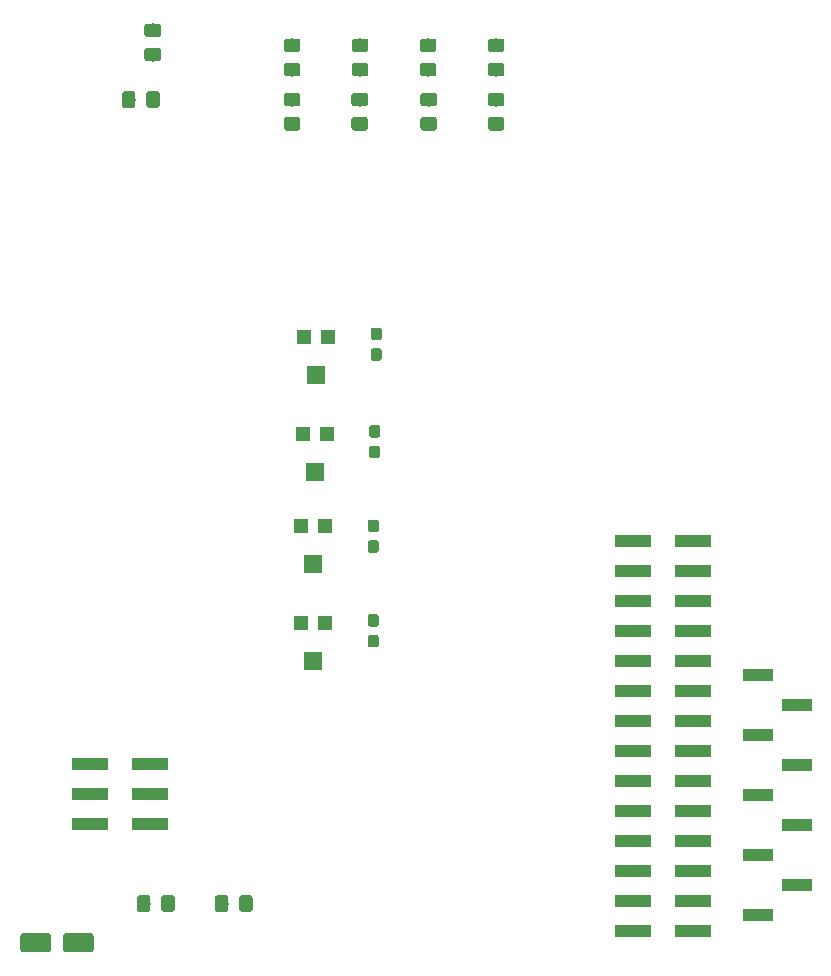
<source format=gbr>
G04 #@! TF.GenerationSoftware,KiCad,Pcbnew,(5.1.2)-2*
G04 #@! TF.CreationDate,2021-06-22T12:17:49+03:00*
G04 #@! TF.ProjectId,extension_board,65787465-6e73-4696-9f6e-5f626f617264,rev?*
G04 #@! TF.SameCoordinates,Original*
G04 #@! TF.FileFunction,Paste,Top*
G04 #@! TF.FilePolarity,Positive*
%FSLAX46Y46*%
G04 Gerber Fmt 4.6, Leading zero omitted, Abs format (unit mm)*
G04 Created by KiCad (PCBNEW (5.1.2)-2) date 2021-06-22 12:17:49*
%MOMM*%
%LPD*%
G04 APERTURE LIST*
%ADD10R,3.150000X1.000000*%
%ADD11R,2.510000X1.000000*%
%ADD12C,0.100000*%
%ADD13C,1.150000*%
%ADD14C,1.600000*%
%ADD15C,0.950000*%
%ADD16R,1.200000X1.200000*%
%ADD17R,1.600000X1.500000*%
G04 APERTURE END LIST*
D10*
X132095000Y-101854000D03*
X137145000Y-101854000D03*
X132095000Y-104394000D03*
X137145000Y-104394000D03*
X132095000Y-106934000D03*
X137145000Y-106934000D03*
X132095000Y-109474000D03*
X137145000Y-109474000D03*
X132095000Y-112014000D03*
X137145000Y-112014000D03*
X132095000Y-114554000D03*
X137145000Y-114554000D03*
X132095000Y-117094000D03*
X137145000Y-117094000D03*
X132095000Y-119634000D03*
X137145000Y-119634000D03*
X132095000Y-122174000D03*
X137145000Y-122174000D03*
X132095000Y-124714000D03*
X137145000Y-124714000D03*
X132095000Y-127254000D03*
X137145000Y-127254000D03*
X132095000Y-129794000D03*
X137145000Y-129794000D03*
X132095000Y-132334000D03*
X137145000Y-132334000D03*
X132095000Y-134874000D03*
X137145000Y-134874000D03*
D11*
X145990500Y-131000500D03*
X145990500Y-125920500D03*
X145990500Y-120840500D03*
X145990500Y-115760500D03*
X142680500Y-133540500D03*
X142680500Y-128460500D03*
X142680500Y-123380500D03*
X142680500Y-118300500D03*
X142680500Y-113220500D03*
D10*
X86121000Y-120777000D03*
X91171000Y-120777000D03*
X86121000Y-123317000D03*
X91171000Y-123317000D03*
X86121000Y-125857000D03*
X91171000Y-125857000D03*
D12*
G36*
X91807505Y-63817204D02*
G01*
X91831773Y-63820804D01*
X91855572Y-63826765D01*
X91878671Y-63835030D01*
X91900850Y-63845520D01*
X91921893Y-63858132D01*
X91941599Y-63872747D01*
X91959777Y-63889223D01*
X91976253Y-63907401D01*
X91990868Y-63927107D01*
X92003480Y-63948150D01*
X92013970Y-63970329D01*
X92022235Y-63993428D01*
X92028196Y-64017227D01*
X92031796Y-64041495D01*
X92033000Y-64065999D01*
X92033000Y-64966001D01*
X92031796Y-64990505D01*
X92028196Y-65014773D01*
X92022235Y-65038572D01*
X92013970Y-65061671D01*
X92003480Y-65083850D01*
X91990868Y-65104893D01*
X91976253Y-65124599D01*
X91959777Y-65142777D01*
X91941599Y-65159253D01*
X91921893Y-65173868D01*
X91900850Y-65186480D01*
X91878671Y-65196970D01*
X91855572Y-65205235D01*
X91831773Y-65211196D01*
X91807505Y-65214796D01*
X91783001Y-65216000D01*
X91132999Y-65216000D01*
X91108495Y-65214796D01*
X91084227Y-65211196D01*
X91060428Y-65205235D01*
X91037329Y-65196970D01*
X91015150Y-65186480D01*
X90994107Y-65173868D01*
X90974401Y-65159253D01*
X90956223Y-65142777D01*
X90939747Y-65124599D01*
X90925132Y-65104893D01*
X90912520Y-65083850D01*
X90902030Y-65061671D01*
X90893765Y-65038572D01*
X90887804Y-65014773D01*
X90884204Y-64990505D01*
X90883000Y-64966001D01*
X90883000Y-64065999D01*
X90884204Y-64041495D01*
X90887804Y-64017227D01*
X90893765Y-63993428D01*
X90902030Y-63970329D01*
X90912520Y-63948150D01*
X90925132Y-63927107D01*
X90939747Y-63907401D01*
X90956223Y-63889223D01*
X90974401Y-63872747D01*
X90994107Y-63858132D01*
X91015150Y-63845520D01*
X91037329Y-63835030D01*
X91060428Y-63826765D01*
X91084227Y-63820804D01*
X91108495Y-63817204D01*
X91132999Y-63816000D01*
X91783001Y-63816000D01*
X91807505Y-63817204D01*
X91807505Y-63817204D01*
G37*
D13*
X91458000Y-64516000D03*
D12*
G36*
X89757505Y-63817204D02*
G01*
X89781773Y-63820804D01*
X89805572Y-63826765D01*
X89828671Y-63835030D01*
X89850850Y-63845520D01*
X89871893Y-63858132D01*
X89891599Y-63872747D01*
X89909777Y-63889223D01*
X89926253Y-63907401D01*
X89940868Y-63927107D01*
X89953480Y-63948150D01*
X89963970Y-63970329D01*
X89972235Y-63993428D01*
X89978196Y-64017227D01*
X89981796Y-64041495D01*
X89983000Y-64065999D01*
X89983000Y-64966001D01*
X89981796Y-64990505D01*
X89978196Y-65014773D01*
X89972235Y-65038572D01*
X89963970Y-65061671D01*
X89953480Y-65083850D01*
X89940868Y-65104893D01*
X89926253Y-65124599D01*
X89909777Y-65142777D01*
X89891599Y-65159253D01*
X89871893Y-65173868D01*
X89850850Y-65186480D01*
X89828671Y-65196970D01*
X89805572Y-65205235D01*
X89781773Y-65211196D01*
X89757505Y-65214796D01*
X89733001Y-65216000D01*
X89082999Y-65216000D01*
X89058495Y-65214796D01*
X89034227Y-65211196D01*
X89010428Y-65205235D01*
X88987329Y-65196970D01*
X88965150Y-65186480D01*
X88944107Y-65173868D01*
X88924401Y-65159253D01*
X88906223Y-65142777D01*
X88889747Y-65124599D01*
X88875132Y-65104893D01*
X88862520Y-65083850D01*
X88852030Y-65061671D01*
X88843765Y-65038572D01*
X88837804Y-65014773D01*
X88834204Y-64990505D01*
X88833000Y-64966001D01*
X88833000Y-64065999D01*
X88834204Y-64041495D01*
X88837804Y-64017227D01*
X88843765Y-63993428D01*
X88852030Y-63970329D01*
X88862520Y-63948150D01*
X88875132Y-63927107D01*
X88889747Y-63907401D01*
X88906223Y-63889223D01*
X88924401Y-63872747D01*
X88944107Y-63858132D01*
X88965150Y-63845520D01*
X88987329Y-63835030D01*
X89010428Y-63826765D01*
X89034227Y-63820804D01*
X89058495Y-63817204D01*
X89082999Y-63816000D01*
X89733001Y-63816000D01*
X89757505Y-63817204D01*
X89757505Y-63817204D01*
G37*
D13*
X89408000Y-64516000D03*
D12*
G36*
X91914505Y-58082204D02*
G01*
X91938773Y-58085804D01*
X91962572Y-58091765D01*
X91985671Y-58100030D01*
X92007850Y-58110520D01*
X92028893Y-58123132D01*
X92048599Y-58137747D01*
X92066777Y-58154223D01*
X92083253Y-58172401D01*
X92097868Y-58192107D01*
X92110480Y-58213150D01*
X92120970Y-58235329D01*
X92129235Y-58258428D01*
X92135196Y-58282227D01*
X92138796Y-58306495D01*
X92140000Y-58330999D01*
X92140000Y-58981001D01*
X92138796Y-59005505D01*
X92135196Y-59029773D01*
X92129235Y-59053572D01*
X92120970Y-59076671D01*
X92110480Y-59098850D01*
X92097868Y-59119893D01*
X92083253Y-59139599D01*
X92066777Y-59157777D01*
X92048599Y-59174253D01*
X92028893Y-59188868D01*
X92007850Y-59201480D01*
X91985671Y-59211970D01*
X91962572Y-59220235D01*
X91938773Y-59226196D01*
X91914505Y-59229796D01*
X91890001Y-59231000D01*
X90989999Y-59231000D01*
X90965495Y-59229796D01*
X90941227Y-59226196D01*
X90917428Y-59220235D01*
X90894329Y-59211970D01*
X90872150Y-59201480D01*
X90851107Y-59188868D01*
X90831401Y-59174253D01*
X90813223Y-59157777D01*
X90796747Y-59139599D01*
X90782132Y-59119893D01*
X90769520Y-59098850D01*
X90759030Y-59076671D01*
X90750765Y-59053572D01*
X90744804Y-59029773D01*
X90741204Y-59005505D01*
X90740000Y-58981001D01*
X90740000Y-58330999D01*
X90741204Y-58306495D01*
X90744804Y-58282227D01*
X90750765Y-58258428D01*
X90759030Y-58235329D01*
X90769520Y-58213150D01*
X90782132Y-58192107D01*
X90796747Y-58172401D01*
X90813223Y-58154223D01*
X90831401Y-58137747D01*
X90851107Y-58123132D01*
X90872150Y-58110520D01*
X90894329Y-58100030D01*
X90917428Y-58091765D01*
X90941227Y-58085804D01*
X90965495Y-58082204D01*
X90989999Y-58081000D01*
X91890001Y-58081000D01*
X91914505Y-58082204D01*
X91914505Y-58082204D01*
G37*
D13*
X91440000Y-58656000D03*
D12*
G36*
X91914505Y-60132204D02*
G01*
X91938773Y-60135804D01*
X91962572Y-60141765D01*
X91985671Y-60150030D01*
X92007850Y-60160520D01*
X92028893Y-60173132D01*
X92048599Y-60187747D01*
X92066777Y-60204223D01*
X92083253Y-60222401D01*
X92097868Y-60242107D01*
X92110480Y-60263150D01*
X92120970Y-60285329D01*
X92129235Y-60308428D01*
X92135196Y-60332227D01*
X92138796Y-60356495D01*
X92140000Y-60380999D01*
X92140000Y-61031001D01*
X92138796Y-61055505D01*
X92135196Y-61079773D01*
X92129235Y-61103572D01*
X92120970Y-61126671D01*
X92110480Y-61148850D01*
X92097868Y-61169893D01*
X92083253Y-61189599D01*
X92066777Y-61207777D01*
X92048599Y-61224253D01*
X92028893Y-61238868D01*
X92007850Y-61251480D01*
X91985671Y-61261970D01*
X91962572Y-61270235D01*
X91938773Y-61276196D01*
X91914505Y-61279796D01*
X91890001Y-61281000D01*
X90989999Y-61281000D01*
X90965495Y-61279796D01*
X90941227Y-61276196D01*
X90917428Y-61270235D01*
X90894329Y-61261970D01*
X90872150Y-61251480D01*
X90851107Y-61238868D01*
X90831401Y-61224253D01*
X90813223Y-61207777D01*
X90796747Y-61189599D01*
X90782132Y-61169893D01*
X90769520Y-61148850D01*
X90759030Y-61126671D01*
X90750765Y-61103572D01*
X90744804Y-61079773D01*
X90741204Y-61055505D01*
X90740000Y-61031001D01*
X90740000Y-60380999D01*
X90741204Y-60356495D01*
X90744804Y-60332227D01*
X90750765Y-60308428D01*
X90759030Y-60285329D01*
X90769520Y-60263150D01*
X90782132Y-60242107D01*
X90796747Y-60222401D01*
X90813223Y-60204223D01*
X90831401Y-60187747D01*
X90851107Y-60173132D01*
X90872150Y-60160520D01*
X90894329Y-60150030D01*
X90917428Y-60141765D01*
X90941227Y-60135804D01*
X90965495Y-60132204D01*
X90989999Y-60131000D01*
X91890001Y-60131000D01*
X91914505Y-60132204D01*
X91914505Y-60132204D01*
G37*
D13*
X91440000Y-60706000D03*
D12*
G36*
X82612504Y-135107204D02*
G01*
X82636773Y-135110804D01*
X82660571Y-135116765D01*
X82683671Y-135125030D01*
X82705849Y-135135520D01*
X82726893Y-135148133D01*
X82746598Y-135162747D01*
X82764777Y-135179223D01*
X82781253Y-135197402D01*
X82795867Y-135217107D01*
X82808480Y-135238151D01*
X82818970Y-135260329D01*
X82827235Y-135283429D01*
X82833196Y-135307227D01*
X82836796Y-135331496D01*
X82838000Y-135356000D01*
X82838000Y-136456000D01*
X82836796Y-136480504D01*
X82833196Y-136504773D01*
X82827235Y-136528571D01*
X82818970Y-136551671D01*
X82808480Y-136573849D01*
X82795867Y-136594893D01*
X82781253Y-136614598D01*
X82764777Y-136632777D01*
X82746598Y-136649253D01*
X82726893Y-136663867D01*
X82705849Y-136676480D01*
X82683671Y-136686970D01*
X82660571Y-136695235D01*
X82636773Y-136701196D01*
X82612504Y-136704796D01*
X82588000Y-136706000D01*
X80488000Y-136706000D01*
X80463496Y-136704796D01*
X80439227Y-136701196D01*
X80415429Y-136695235D01*
X80392329Y-136686970D01*
X80370151Y-136676480D01*
X80349107Y-136663867D01*
X80329402Y-136649253D01*
X80311223Y-136632777D01*
X80294747Y-136614598D01*
X80280133Y-136594893D01*
X80267520Y-136573849D01*
X80257030Y-136551671D01*
X80248765Y-136528571D01*
X80242804Y-136504773D01*
X80239204Y-136480504D01*
X80238000Y-136456000D01*
X80238000Y-135356000D01*
X80239204Y-135331496D01*
X80242804Y-135307227D01*
X80248765Y-135283429D01*
X80257030Y-135260329D01*
X80267520Y-135238151D01*
X80280133Y-135217107D01*
X80294747Y-135197402D01*
X80311223Y-135179223D01*
X80329402Y-135162747D01*
X80349107Y-135148133D01*
X80370151Y-135135520D01*
X80392329Y-135125030D01*
X80415429Y-135116765D01*
X80439227Y-135110804D01*
X80463496Y-135107204D01*
X80488000Y-135106000D01*
X82588000Y-135106000D01*
X82612504Y-135107204D01*
X82612504Y-135107204D01*
G37*
D14*
X81538000Y-135906000D03*
D12*
G36*
X86212504Y-135107204D02*
G01*
X86236773Y-135110804D01*
X86260571Y-135116765D01*
X86283671Y-135125030D01*
X86305849Y-135135520D01*
X86326893Y-135148133D01*
X86346598Y-135162747D01*
X86364777Y-135179223D01*
X86381253Y-135197402D01*
X86395867Y-135217107D01*
X86408480Y-135238151D01*
X86418970Y-135260329D01*
X86427235Y-135283429D01*
X86433196Y-135307227D01*
X86436796Y-135331496D01*
X86438000Y-135356000D01*
X86438000Y-136456000D01*
X86436796Y-136480504D01*
X86433196Y-136504773D01*
X86427235Y-136528571D01*
X86418970Y-136551671D01*
X86408480Y-136573849D01*
X86395867Y-136594893D01*
X86381253Y-136614598D01*
X86364777Y-136632777D01*
X86346598Y-136649253D01*
X86326893Y-136663867D01*
X86305849Y-136676480D01*
X86283671Y-136686970D01*
X86260571Y-136695235D01*
X86236773Y-136701196D01*
X86212504Y-136704796D01*
X86188000Y-136706000D01*
X84088000Y-136706000D01*
X84063496Y-136704796D01*
X84039227Y-136701196D01*
X84015429Y-136695235D01*
X83992329Y-136686970D01*
X83970151Y-136676480D01*
X83949107Y-136663867D01*
X83929402Y-136649253D01*
X83911223Y-136632777D01*
X83894747Y-136614598D01*
X83880133Y-136594893D01*
X83867520Y-136573849D01*
X83857030Y-136551671D01*
X83848765Y-136528571D01*
X83842804Y-136504773D01*
X83839204Y-136480504D01*
X83838000Y-136456000D01*
X83838000Y-135356000D01*
X83839204Y-135331496D01*
X83842804Y-135307227D01*
X83848765Y-135283429D01*
X83857030Y-135260329D01*
X83867520Y-135238151D01*
X83880133Y-135217107D01*
X83894747Y-135197402D01*
X83911223Y-135179223D01*
X83929402Y-135162747D01*
X83949107Y-135148133D01*
X83970151Y-135135520D01*
X83992329Y-135125030D01*
X84015429Y-135116765D01*
X84039227Y-135110804D01*
X84063496Y-135107204D01*
X84088000Y-135106000D01*
X86188000Y-135106000D01*
X86212504Y-135107204D01*
X86212504Y-135107204D01*
G37*
D14*
X85138000Y-135906000D03*
D12*
G36*
X93077505Y-131889204D02*
G01*
X93101773Y-131892804D01*
X93125572Y-131898765D01*
X93148671Y-131907030D01*
X93170850Y-131917520D01*
X93191893Y-131930132D01*
X93211599Y-131944747D01*
X93229777Y-131961223D01*
X93246253Y-131979401D01*
X93260868Y-131999107D01*
X93273480Y-132020150D01*
X93283970Y-132042329D01*
X93292235Y-132065428D01*
X93298196Y-132089227D01*
X93301796Y-132113495D01*
X93303000Y-132137999D01*
X93303000Y-133038001D01*
X93301796Y-133062505D01*
X93298196Y-133086773D01*
X93292235Y-133110572D01*
X93283970Y-133133671D01*
X93273480Y-133155850D01*
X93260868Y-133176893D01*
X93246253Y-133196599D01*
X93229777Y-133214777D01*
X93211599Y-133231253D01*
X93191893Y-133245868D01*
X93170850Y-133258480D01*
X93148671Y-133268970D01*
X93125572Y-133277235D01*
X93101773Y-133283196D01*
X93077505Y-133286796D01*
X93053001Y-133288000D01*
X92402999Y-133288000D01*
X92378495Y-133286796D01*
X92354227Y-133283196D01*
X92330428Y-133277235D01*
X92307329Y-133268970D01*
X92285150Y-133258480D01*
X92264107Y-133245868D01*
X92244401Y-133231253D01*
X92226223Y-133214777D01*
X92209747Y-133196599D01*
X92195132Y-133176893D01*
X92182520Y-133155850D01*
X92172030Y-133133671D01*
X92163765Y-133110572D01*
X92157804Y-133086773D01*
X92154204Y-133062505D01*
X92153000Y-133038001D01*
X92153000Y-132137999D01*
X92154204Y-132113495D01*
X92157804Y-132089227D01*
X92163765Y-132065428D01*
X92172030Y-132042329D01*
X92182520Y-132020150D01*
X92195132Y-131999107D01*
X92209747Y-131979401D01*
X92226223Y-131961223D01*
X92244401Y-131944747D01*
X92264107Y-131930132D01*
X92285150Y-131917520D01*
X92307329Y-131907030D01*
X92330428Y-131898765D01*
X92354227Y-131892804D01*
X92378495Y-131889204D01*
X92402999Y-131888000D01*
X93053001Y-131888000D01*
X93077505Y-131889204D01*
X93077505Y-131889204D01*
G37*
D13*
X92728000Y-132588000D03*
D12*
G36*
X91027505Y-131889204D02*
G01*
X91051773Y-131892804D01*
X91075572Y-131898765D01*
X91098671Y-131907030D01*
X91120850Y-131917520D01*
X91141893Y-131930132D01*
X91161599Y-131944747D01*
X91179777Y-131961223D01*
X91196253Y-131979401D01*
X91210868Y-131999107D01*
X91223480Y-132020150D01*
X91233970Y-132042329D01*
X91242235Y-132065428D01*
X91248196Y-132089227D01*
X91251796Y-132113495D01*
X91253000Y-132137999D01*
X91253000Y-133038001D01*
X91251796Y-133062505D01*
X91248196Y-133086773D01*
X91242235Y-133110572D01*
X91233970Y-133133671D01*
X91223480Y-133155850D01*
X91210868Y-133176893D01*
X91196253Y-133196599D01*
X91179777Y-133214777D01*
X91161599Y-133231253D01*
X91141893Y-133245868D01*
X91120850Y-133258480D01*
X91098671Y-133268970D01*
X91075572Y-133277235D01*
X91051773Y-133283196D01*
X91027505Y-133286796D01*
X91003001Y-133288000D01*
X90352999Y-133288000D01*
X90328495Y-133286796D01*
X90304227Y-133283196D01*
X90280428Y-133277235D01*
X90257329Y-133268970D01*
X90235150Y-133258480D01*
X90214107Y-133245868D01*
X90194401Y-133231253D01*
X90176223Y-133214777D01*
X90159747Y-133196599D01*
X90145132Y-133176893D01*
X90132520Y-133155850D01*
X90122030Y-133133671D01*
X90113765Y-133110572D01*
X90107804Y-133086773D01*
X90104204Y-133062505D01*
X90103000Y-133038001D01*
X90103000Y-132137999D01*
X90104204Y-132113495D01*
X90107804Y-132089227D01*
X90113765Y-132065428D01*
X90122030Y-132042329D01*
X90132520Y-132020150D01*
X90145132Y-131999107D01*
X90159747Y-131979401D01*
X90176223Y-131961223D01*
X90194401Y-131944747D01*
X90214107Y-131930132D01*
X90235150Y-131917520D01*
X90257329Y-131907030D01*
X90280428Y-131898765D01*
X90304227Y-131892804D01*
X90328495Y-131889204D01*
X90352999Y-131888000D01*
X91003001Y-131888000D01*
X91027505Y-131889204D01*
X91027505Y-131889204D01*
G37*
D13*
X90678000Y-132588000D03*
D12*
G36*
X120997505Y-61402204D02*
G01*
X121021773Y-61405804D01*
X121045572Y-61411765D01*
X121068671Y-61420030D01*
X121090850Y-61430520D01*
X121111893Y-61443132D01*
X121131599Y-61457747D01*
X121149777Y-61474223D01*
X121166253Y-61492401D01*
X121180868Y-61512107D01*
X121193480Y-61533150D01*
X121203970Y-61555329D01*
X121212235Y-61578428D01*
X121218196Y-61602227D01*
X121221796Y-61626495D01*
X121223000Y-61650999D01*
X121223000Y-62301001D01*
X121221796Y-62325505D01*
X121218196Y-62349773D01*
X121212235Y-62373572D01*
X121203970Y-62396671D01*
X121193480Y-62418850D01*
X121180868Y-62439893D01*
X121166253Y-62459599D01*
X121149777Y-62477777D01*
X121131599Y-62494253D01*
X121111893Y-62508868D01*
X121090850Y-62521480D01*
X121068671Y-62531970D01*
X121045572Y-62540235D01*
X121021773Y-62546196D01*
X120997505Y-62549796D01*
X120973001Y-62551000D01*
X120072999Y-62551000D01*
X120048495Y-62549796D01*
X120024227Y-62546196D01*
X120000428Y-62540235D01*
X119977329Y-62531970D01*
X119955150Y-62521480D01*
X119934107Y-62508868D01*
X119914401Y-62494253D01*
X119896223Y-62477777D01*
X119879747Y-62459599D01*
X119865132Y-62439893D01*
X119852520Y-62418850D01*
X119842030Y-62396671D01*
X119833765Y-62373572D01*
X119827804Y-62349773D01*
X119824204Y-62325505D01*
X119823000Y-62301001D01*
X119823000Y-61650999D01*
X119824204Y-61626495D01*
X119827804Y-61602227D01*
X119833765Y-61578428D01*
X119842030Y-61555329D01*
X119852520Y-61533150D01*
X119865132Y-61512107D01*
X119879747Y-61492401D01*
X119896223Y-61474223D01*
X119914401Y-61457747D01*
X119934107Y-61443132D01*
X119955150Y-61430520D01*
X119977329Y-61420030D01*
X120000428Y-61411765D01*
X120024227Y-61405804D01*
X120048495Y-61402204D01*
X120072999Y-61401000D01*
X120973001Y-61401000D01*
X120997505Y-61402204D01*
X120997505Y-61402204D01*
G37*
D13*
X120523000Y-61976000D03*
D12*
G36*
X120997505Y-59352204D02*
G01*
X121021773Y-59355804D01*
X121045572Y-59361765D01*
X121068671Y-59370030D01*
X121090850Y-59380520D01*
X121111893Y-59393132D01*
X121131599Y-59407747D01*
X121149777Y-59424223D01*
X121166253Y-59442401D01*
X121180868Y-59462107D01*
X121193480Y-59483150D01*
X121203970Y-59505329D01*
X121212235Y-59528428D01*
X121218196Y-59552227D01*
X121221796Y-59576495D01*
X121223000Y-59600999D01*
X121223000Y-60251001D01*
X121221796Y-60275505D01*
X121218196Y-60299773D01*
X121212235Y-60323572D01*
X121203970Y-60346671D01*
X121193480Y-60368850D01*
X121180868Y-60389893D01*
X121166253Y-60409599D01*
X121149777Y-60427777D01*
X121131599Y-60444253D01*
X121111893Y-60458868D01*
X121090850Y-60471480D01*
X121068671Y-60481970D01*
X121045572Y-60490235D01*
X121021773Y-60496196D01*
X120997505Y-60499796D01*
X120973001Y-60501000D01*
X120072999Y-60501000D01*
X120048495Y-60499796D01*
X120024227Y-60496196D01*
X120000428Y-60490235D01*
X119977329Y-60481970D01*
X119955150Y-60471480D01*
X119934107Y-60458868D01*
X119914401Y-60444253D01*
X119896223Y-60427777D01*
X119879747Y-60409599D01*
X119865132Y-60389893D01*
X119852520Y-60368850D01*
X119842030Y-60346671D01*
X119833765Y-60323572D01*
X119827804Y-60299773D01*
X119824204Y-60275505D01*
X119823000Y-60251001D01*
X119823000Y-59600999D01*
X119824204Y-59576495D01*
X119827804Y-59552227D01*
X119833765Y-59528428D01*
X119842030Y-59505329D01*
X119852520Y-59483150D01*
X119865132Y-59462107D01*
X119879747Y-59442401D01*
X119896223Y-59424223D01*
X119914401Y-59407747D01*
X119934107Y-59393132D01*
X119955150Y-59380520D01*
X119977329Y-59370030D01*
X120000428Y-59361765D01*
X120024227Y-59355804D01*
X120048495Y-59352204D01*
X120072999Y-59351000D01*
X120973001Y-59351000D01*
X120997505Y-59352204D01*
X120997505Y-59352204D01*
G37*
D13*
X120523000Y-59926000D03*
D12*
G36*
X120997505Y-63942204D02*
G01*
X121021773Y-63945804D01*
X121045572Y-63951765D01*
X121068671Y-63960030D01*
X121090850Y-63970520D01*
X121111893Y-63983132D01*
X121131599Y-63997747D01*
X121149777Y-64014223D01*
X121166253Y-64032401D01*
X121180868Y-64052107D01*
X121193480Y-64073150D01*
X121203970Y-64095329D01*
X121212235Y-64118428D01*
X121218196Y-64142227D01*
X121221796Y-64166495D01*
X121223000Y-64190999D01*
X121223000Y-64841001D01*
X121221796Y-64865505D01*
X121218196Y-64889773D01*
X121212235Y-64913572D01*
X121203970Y-64936671D01*
X121193480Y-64958850D01*
X121180868Y-64979893D01*
X121166253Y-64999599D01*
X121149777Y-65017777D01*
X121131599Y-65034253D01*
X121111893Y-65048868D01*
X121090850Y-65061480D01*
X121068671Y-65071970D01*
X121045572Y-65080235D01*
X121021773Y-65086196D01*
X120997505Y-65089796D01*
X120973001Y-65091000D01*
X120072999Y-65091000D01*
X120048495Y-65089796D01*
X120024227Y-65086196D01*
X120000428Y-65080235D01*
X119977329Y-65071970D01*
X119955150Y-65061480D01*
X119934107Y-65048868D01*
X119914401Y-65034253D01*
X119896223Y-65017777D01*
X119879747Y-64999599D01*
X119865132Y-64979893D01*
X119852520Y-64958850D01*
X119842030Y-64936671D01*
X119833765Y-64913572D01*
X119827804Y-64889773D01*
X119824204Y-64865505D01*
X119823000Y-64841001D01*
X119823000Y-64190999D01*
X119824204Y-64166495D01*
X119827804Y-64142227D01*
X119833765Y-64118428D01*
X119842030Y-64095329D01*
X119852520Y-64073150D01*
X119865132Y-64052107D01*
X119879747Y-64032401D01*
X119896223Y-64014223D01*
X119914401Y-63997747D01*
X119934107Y-63983132D01*
X119955150Y-63970520D01*
X119977329Y-63960030D01*
X120000428Y-63951765D01*
X120024227Y-63945804D01*
X120048495Y-63942204D01*
X120072999Y-63941000D01*
X120973001Y-63941000D01*
X120997505Y-63942204D01*
X120997505Y-63942204D01*
G37*
D13*
X120523000Y-64516000D03*
D12*
G36*
X120997505Y-65992204D02*
G01*
X121021773Y-65995804D01*
X121045572Y-66001765D01*
X121068671Y-66010030D01*
X121090850Y-66020520D01*
X121111893Y-66033132D01*
X121131599Y-66047747D01*
X121149777Y-66064223D01*
X121166253Y-66082401D01*
X121180868Y-66102107D01*
X121193480Y-66123150D01*
X121203970Y-66145329D01*
X121212235Y-66168428D01*
X121218196Y-66192227D01*
X121221796Y-66216495D01*
X121223000Y-66240999D01*
X121223000Y-66891001D01*
X121221796Y-66915505D01*
X121218196Y-66939773D01*
X121212235Y-66963572D01*
X121203970Y-66986671D01*
X121193480Y-67008850D01*
X121180868Y-67029893D01*
X121166253Y-67049599D01*
X121149777Y-67067777D01*
X121131599Y-67084253D01*
X121111893Y-67098868D01*
X121090850Y-67111480D01*
X121068671Y-67121970D01*
X121045572Y-67130235D01*
X121021773Y-67136196D01*
X120997505Y-67139796D01*
X120973001Y-67141000D01*
X120072999Y-67141000D01*
X120048495Y-67139796D01*
X120024227Y-67136196D01*
X120000428Y-67130235D01*
X119977329Y-67121970D01*
X119955150Y-67111480D01*
X119934107Y-67098868D01*
X119914401Y-67084253D01*
X119896223Y-67067777D01*
X119879747Y-67049599D01*
X119865132Y-67029893D01*
X119852520Y-67008850D01*
X119842030Y-66986671D01*
X119833765Y-66963572D01*
X119827804Y-66939773D01*
X119824204Y-66915505D01*
X119823000Y-66891001D01*
X119823000Y-66240999D01*
X119824204Y-66216495D01*
X119827804Y-66192227D01*
X119833765Y-66168428D01*
X119842030Y-66145329D01*
X119852520Y-66123150D01*
X119865132Y-66102107D01*
X119879747Y-66082401D01*
X119896223Y-66064223D01*
X119914401Y-66047747D01*
X119934107Y-66033132D01*
X119955150Y-66020520D01*
X119977329Y-66010030D01*
X120000428Y-66001765D01*
X120024227Y-65995804D01*
X120048495Y-65992204D01*
X120072999Y-65991000D01*
X120973001Y-65991000D01*
X120997505Y-65992204D01*
X120997505Y-65992204D01*
G37*
D13*
X120523000Y-66566000D03*
D12*
G36*
X115240171Y-61402204D02*
G01*
X115264439Y-61405804D01*
X115288238Y-61411765D01*
X115311337Y-61420030D01*
X115333516Y-61430520D01*
X115354559Y-61443132D01*
X115374265Y-61457747D01*
X115392443Y-61474223D01*
X115408919Y-61492401D01*
X115423534Y-61512107D01*
X115436146Y-61533150D01*
X115446636Y-61555329D01*
X115454901Y-61578428D01*
X115460862Y-61602227D01*
X115464462Y-61626495D01*
X115465666Y-61650999D01*
X115465666Y-62301001D01*
X115464462Y-62325505D01*
X115460862Y-62349773D01*
X115454901Y-62373572D01*
X115446636Y-62396671D01*
X115436146Y-62418850D01*
X115423534Y-62439893D01*
X115408919Y-62459599D01*
X115392443Y-62477777D01*
X115374265Y-62494253D01*
X115354559Y-62508868D01*
X115333516Y-62521480D01*
X115311337Y-62531970D01*
X115288238Y-62540235D01*
X115264439Y-62546196D01*
X115240171Y-62549796D01*
X115215667Y-62551000D01*
X114315665Y-62551000D01*
X114291161Y-62549796D01*
X114266893Y-62546196D01*
X114243094Y-62540235D01*
X114219995Y-62531970D01*
X114197816Y-62521480D01*
X114176773Y-62508868D01*
X114157067Y-62494253D01*
X114138889Y-62477777D01*
X114122413Y-62459599D01*
X114107798Y-62439893D01*
X114095186Y-62418850D01*
X114084696Y-62396671D01*
X114076431Y-62373572D01*
X114070470Y-62349773D01*
X114066870Y-62325505D01*
X114065666Y-62301001D01*
X114065666Y-61650999D01*
X114066870Y-61626495D01*
X114070470Y-61602227D01*
X114076431Y-61578428D01*
X114084696Y-61555329D01*
X114095186Y-61533150D01*
X114107798Y-61512107D01*
X114122413Y-61492401D01*
X114138889Y-61474223D01*
X114157067Y-61457747D01*
X114176773Y-61443132D01*
X114197816Y-61430520D01*
X114219995Y-61420030D01*
X114243094Y-61411765D01*
X114266893Y-61405804D01*
X114291161Y-61402204D01*
X114315665Y-61401000D01*
X115215667Y-61401000D01*
X115240171Y-61402204D01*
X115240171Y-61402204D01*
G37*
D13*
X114765666Y-61976000D03*
D12*
G36*
X115240171Y-59352204D02*
G01*
X115264439Y-59355804D01*
X115288238Y-59361765D01*
X115311337Y-59370030D01*
X115333516Y-59380520D01*
X115354559Y-59393132D01*
X115374265Y-59407747D01*
X115392443Y-59424223D01*
X115408919Y-59442401D01*
X115423534Y-59462107D01*
X115436146Y-59483150D01*
X115446636Y-59505329D01*
X115454901Y-59528428D01*
X115460862Y-59552227D01*
X115464462Y-59576495D01*
X115465666Y-59600999D01*
X115465666Y-60251001D01*
X115464462Y-60275505D01*
X115460862Y-60299773D01*
X115454901Y-60323572D01*
X115446636Y-60346671D01*
X115436146Y-60368850D01*
X115423534Y-60389893D01*
X115408919Y-60409599D01*
X115392443Y-60427777D01*
X115374265Y-60444253D01*
X115354559Y-60458868D01*
X115333516Y-60471480D01*
X115311337Y-60481970D01*
X115288238Y-60490235D01*
X115264439Y-60496196D01*
X115240171Y-60499796D01*
X115215667Y-60501000D01*
X114315665Y-60501000D01*
X114291161Y-60499796D01*
X114266893Y-60496196D01*
X114243094Y-60490235D01*
X114219995Y-60481970D01*
X114197816Y-60471480D01*
X114176773Y-60458868D01*
X114157067Y-60444253D01*
X114138889Y-60427777D01*
X114122413Y-60409599D01*
X114107798Y-60389893D01*
X114095186Y-60368850D01*
X114084696Y-60346671D01*
X114076431Y-60323572D01*
X114070470Y-60299773D01*
X114066870Y-60275505D01*
X114065666Y-60251001D01*
X114065666Y-59600999D01*
X114066870Y-59576495D01*
X114070470Y-59552227D01*
X114076431Y-59528428D01*
X114084696Y-59505329D01*
X114095186Y-59483150D01*
X114107798Y-59462107D01*
X114122413Y-59442401D01*
X114138889Y-59424223D01*
X114157067Y-59407747D01*
X114176773Y-59393132D01*
X114197816Y-59380520D01*
X114219995Y-59370030D01*
X114243094Y-59361765D01*
X114266893Y-59355804D01*
X114291161Y-59352204D01*
X114315665Y-59351000D01*
X115215667Y-59351000D01*
X115240171Y-59352204D01*
X115240171Y-59352204D01*
G37*
D13*
X114765666Y-59926000D03*
D12*
G36*
X115282505Y-63942204D02*
G01*
X115306773Y-63945804D01*
X115330572Y-63951765D01*
X115353671Y-63960030D01*
X115375850Y-63970520D01*
X115396893Y-63983132D01*
X115416599Y-63997747D01*
X115434777Y-64014223D01*
X115451253Y-64032401D01*
X115465868Y-64052107D01*
X115478480Y-64073150D01*
X115488970Y-64095329D01*
X115497235Y-64118428D01*
X115503196Y-64142227D01*
X115506796Y-64166495D01*
X115508000Y-64190999D01*
X115508000Y-64841001D01*
X115506796Y-64865505D01*
X115503196Y-64889773D01*
X115497235Y-64913572D01*
X115488970Y-64936671D01*
X115478480Y-64958850D01*
X115465868Y-64979893D01*
X115451253Y-64999599D01*
X115434777Y-65017777D01*
X115416599Y-65034253D01*
X115396893Y-65048868D01*
X115375850Y-65061480D01*
X115353671Y-65071970D01*
X115330572Y-65080235D01*
X115306773Y-65086196D01*
X115282505Y-65089796D01*
X115258001Y-65091000D01*
X114357999Y-65091000D01*
X114333495Y-65089796D01*
X114309227Y-65086196D01*
X114285428Y-65080235D01*
X114262329Y-65071970D01*
X114240150Y-65061480D01*
X114219107Y-65048868D01*
X114199401Y-65034253D01*
X114181223Y-65017777D01*
X114164747Y-64999599D01*
X114150132Y-64979893D01*
X114137520Y-64958850D01*
X114127030Y-64936671D01*
X114118765Y-64913572D01*
X114112804Y-64889773D01*
X114109204Y-64865505D01*
X114108000Y-64841001D01*
X114108000Y-64190999D01*
X114109204Y-64166495D01*
X114112804Y-64142227D01*
X114118765Y-64118428D01*
X114127030Y-64095329D01*
X114137520Y-64073150D01*
X114150132Y-64052107D01*
X114164747Y-64032401D01*
X114181223Y-64014223D01*
X114199401Y-63997747D01*
X114219107Y-63983132D01*
X114240150Y-63970520D01*
X114262329Y-63960030D01*
X114285428Y-63951765D01*
X114309227Y-63945804D01*
X114333495Y-63942204D01*
X114357999Y-63941000D01*
X115258001Y-63941000D01*
X115282505Y-63942204D01*
X115282505Y-63942204D01*
G37*
D13*
X114808000Y-64516000D03*
D12*
G36*
X115282505Y-65992204D02*
G01*
X115306773Y-65995804D01*
X115330572Y-66001765D01*
X115353671Y-66010030D01*
X115375850Y-66020520D01*
X115396893Y-66033132D01*
X115416599Y-66047747D01*
X115434777Y-66064223D01*
X115451253Y-66082401D01*
X115465868Y-66102107D01*
X115478480Y-66123150D01*
X115488970Y-66145329D01*
X115497235Y-66168428D01*
X115503196Y-66192227D01*
X115506796Y-66216495D01*
X115508000Y-66240999D01*
X115508000Y-66891001D01*
X115506796Y-66915505D01*
X115503196Y-66939773D01*
X115497235Y-66963572D01*
X115488970Y-66986671D01*
X115478480Y-67008850D01*
X115465868Y-67029893D01*
X115451253Y-67049599D01*
X115434777Y-67067777D01*
X115416599Y-67084253D01*
X115396893Y-67098868D01*
X115375850Y-67111480D01*
X115353671Y-67121970D01*
X115330572Y-67130235D01*
X115306773Y-67136196D01*
X115282505Y-67139796D01*
X115258001Y-67141000D01*
X114357999Y-67141000D01*
X114333495Y-67139796D01*
X114309227Y-67136196D01*
X114285428Y-67130235D01*
X114262329Y-67121970D01*
X114240150Y-67111480D01*
X114219107Y-67098868D01*
X114199401Y-67084253D01*
X114181223Y-67067777D01*
X114164747Y-67049599D01*
X114150132Y-67029893D01*
X114137520Y-67008850D01*
X114127030Y-66986671D01*
X114118765Y-66963572D01*
X114112804Y-66939773D01*
X114109204Y-66915505D01*
X114108000Y-66891001D01*
X114108000Y-66240999D01*
X114109204Y-66216495D01*
X114112804Y-66192227D01*
X114118765Y-66168428D01*
X114127030Y-66145329D01*
X114137520Y-66123150D01*
X114150132Y-66102107D01*
X114164747Y-66082401D01*
X114181223Y-66064223D01*
X114199401Y-66047747D01*
X114219107Y-66033132D01*
X114240150Y-66020520D01*
X114262329Y-66010030D01*
X114285428Y-66001765D01*
X114309227Y-65995804D01*
X114333495Y-65992204D01*
X114357999Y-65991000D01*
X115258001Y-65991000D01*
X115282505Y-65992204D01*
X115282505Y-65992204D01*
G37*
D13*
X114808000Y-66566000D03*
D12*
G36*
X109482838Y-59352204D02*
G01*
X109507106Y-59355804D01*
X109530905Y-59361765D01*
X109554004Y-59370030D01*
X109576183Y-59380520D01*
X109597226Y-59393132D01*
X109616932Y-59407747D01*
X109635110Y-59424223D01*
X109651586Y-59442401D01*
X109666201Y-59462107D01*
X109678813Y-59483150D01*
X109689303Y-59505329D01*
X109697568Y-59528428D01*
X109703529Y-59552227D01*
X109707129Y-59576495D01*
X109708333Y-59600999D01*
X109708333Y-60251001D01*
X109707129Y-60275505D01*
X109703529Y-60299773D01*
X109697568Y-60323572D01*
X109689303Y-60346671D01*
X109678813Y-60368850D01*
X109666201Y-60389893D01*
X109651586Y-60409599D01*
X109635110Y-60427777D01*
X109616932Y-60444253D01*
X109597226Y-60458868D01*
X109576183Y-60471480D01*
X109554004Y-60481970D01*
X109530905Y-60490235D01*
X109507106Y-60496196D01*
X109482838Y-60499796D01*
X109458334Y-60501000D01*
X108558332Y-60501000D01*
X108533828Y-60499796D01*
X108509560Y-60496196D01*
X108485761Y-60490235D01*
X108462662Y-60481970D01*
X108440483Y-60471480D01*
X108419440Y-60458868D01*
X108399734Y-60444253D01*
X108381556Y-60427777D01*
X108365080Y-60409599D01*
X108350465Y-60389893D01*
X108337853Y-60368850D01*
X108327363Y-60346671D01*
X108319098Y-60323572D01*
X108313137Y-60299773D01*
X108309537Y-60275505D01*
X108308333Y-60251001D01*
X108308333Y-59600999D01*
X108309537Y-59576495D01*
X108313137Y-59552227D01*
X108319098Y-59528428D01*
X108327363Y-59505329D01*
X108337853Y-59483150D01*
X108350465Y-59462107D01*
X108365080Y-59442401D01*
X108381556Y-59424223D01*
X108399734Y-59407747D01*
X108419440Y-59393132D01*
X108440483Y-59380520D01*
X108462662Y-59370030D01*
X108485761Y-59361765D01*
X108509560Y-59355804D01*
X108533828Y-59352204D01*
X108558332Y-59351000D01*
X109458334Y-59351000D01*
X109482838Y-59352204D01*
X109482838Y-59352204D01*
G37*
D13*
X109008333Y-59926000D03*
D12*
G36*
X109482838Y-61402204D02*
G01*
X109507106Y-61405804D01*
X109530905Y-61411765D01*
X109554004Y-61420030D01*
X109576183Y-61430520D01*
X109597226Y-61443132D01*
X109616932Y-61457747D01*
X109635110Y-61474223D01*
X109651586Y-61492401D01*
X109666201Y-61512107D01*
X109678813Y-61533150D01*
X109689303Y-61555329D01*
X109697568Y-61578428D01*
X109703529Y-61602227D01*
X109707129Y-61626495D01*
X109708333Y-61650999D01*
X109708333Y-62301001D01*
X109707129Y-62325505D01*
X109703529Y-62349773D01*
X109697568Y-62373572D01*
X109689303Y-62396671D01*
X109678813Y-62418850D01*
X109666201Y-62439893D01*
X109651586Y-62459599D01*
X109635110Y-62477777D01*
X109616932Y-62494253D01*
X109597226Y-62508868D01*
X109576183Y-62521480D01*
X109554004Y-62531970D01*
X109530905Y-62540235D01*
X109507106Y-62546196D01*
X109482838Y-62549796D01*
X109458334Y-62551000D01*
X108558332Y-62551000D01*
X108533828Y-62549796D01*
X108509560Y-62546196D01*
X108485761Y-62540235D01*
X108462662Y-62531970D01*
X108440483Y-62521480D01*
X108419440Y-62508868D01*
X108399734Y-62494253D01*
X108381556Y-62477777D01*
X108365080Y-62459599D01*
X108350465Y-62439893D01*
X108337853Y-62418850D01*
X108327363Y-62396671D01*
X108319098Y-62373572D01*
X108313137Y-62349773D01*
X108309537Y-62325505D01*
X108308333Y-62301001D01*
X108308333Y-61650999D01*
X108309537Y-61626495D01*
X108313137Y-61602227D01*
X108319098Y-61578428D01*
X108327363Y-61555329D01*
X108337853Y-61533150D01*
X108350465Y-61512107D01*
X108365080Y-61492401D01*
X108381556Y-61474223D01*
X108399734Y-61457747D01*
X108419440Y-61443132D01*
X108440483Y-61430520D01*
X108462662Y-61420030D01*
X108485761Y-61411765D01*
X108509560Y-61405804D01*
X108533828Y-61402204D01*
X108558332Y-61401000D01*
X109458334Y-61401000D01*
X109482838Y-61402204D01*
X109482838Y-61402204D01*
G37*
D13*
X109008333Y-61976000D03*
D12*
G36*
X109440505Y-65992204D02*
G01*
X109464773Y-65995804D01*
X109488572Y-66001765D01*
X109511671Y-66010030D01*
X109533850Y-66020520D01*
X109554893Y-66033132D01*
X109574599Y-66047747D01*
X109592777Y-66064223D01*
X109609253Y-66082401D01*
X109623868Y-66102107D01*
X109636480Y-66123150D01*
X109646970Y-66145329D01*
X109655235Y-66168428D01*
X109661196Y-66192227D01*
X109664796Y-66216495D01*
X109666000Y-66240999D01*
X109666000Y-66891001D01*
X109664796Y-66915505D01*
X109661196Y-66939773D01*
X109655235Y-66963572D01*
X109646970Y-66986671D01*
X109636480Y-67008850D01*
X109623868Y-67029893D01*
X109609253Y-67049599D01*
X109592777Y-67067777D01*
X109574599Y-67084253D01*
X109554893Y-67098868D01*
X109533850Y-67111480D01*
X109511671Y-67121970D01*
X109488572Y-67130235D01*
X109464773Y-67136196D01*
X109440505Y-67139796D01*
X109416001Y-67141000D01*
X108515999Y-67141000D01*
X108491495Y-67139796D01*
X108467227Y-67136196D01*
X108443428Y-67130235D01*
X108420329Y-67121970D01*
X108398150Y-67111480D01*
X108377107Y-67098868D01*
X108357401Y-67084253D01*
X108339223Y-67067777D01*
X108322747Y-67049599D01*
X108308132Y-67029893D01*
X108295520Y-67008850D01*
X108285030Y-66986671D01*
X108276765Y-66963572D01*
X108270804Y-66939773D01*
X108267204Y-66915505D01*
X108266000Y-66891001D01*
X108266000Y-66240999D01*
X108267204Y-66216495D01*
X108270804Y-66192227D01*
X108276765Y-66168428D01*
X108285030Y-66145329D01*
X108295520Y-66123150D01*
X108308132Y-66102107D01*
X108322747Y-66082401D01*
X108339223Y-66064223D01*
X108357401Y-66047747D01*
X108377107Y-66033132D01*
X108398150Y-66020520D01*
X108420329Y-66010030D01*
X108443428Y-66001765D01*
X108467227Y-65995804D01*
X108491495Y-65992204D01*
X108515999Y-65991000D01*
X109416001Y-65991000D01*
X109440505Y-65992204D01*
X109440505Y-65992204D01*
G37*
D13*
X108966000Y-66566000D03*
D12*
G36*
X109440505Y-63942204D02*
G01*
X109464773Y-63945804D01*
X109488572Y-63951765D01*
X109511671Y-63960030D01*
X109533850Y-63970520D01*
X109554893Y-63983132D01*
X109574599Y-63997747D01*
X109592777Y-64014223D01*
X109609253Y-64032401D01*
X109623868Y-64052107D01*
X109636480Y-64073150D01*
X109646970Y-64095329D01*
X109655235Y-64118428D01*
X109661196Y-64142227D01*
X109664796Y-64166495D01*
X109666000Y-64190999D01*
X109666000Y-64841001D01*
X109664796Y-64865505D01*
X109661196Y-64889773D01*
X109655235Y-64913572D01*
X109646970Y-64936671D01*
X109636480Y-64958850D01*
X109623868Y-64979893D01*
X109609253Y-64999599D01*
X109592777Y-65017777D01*
X109574599Y-65034253D01*
X109554893Y-65048868D01*
X109533850Y-65061480D01*
X109511671Y-65071970D01*
X109488572Y-65080235D01*
X109464773Y-65086196D01*
X109440505Y-65089796D01*
X109416001Y-65091000D01*
X108515999Y-65091000D01*
X108491495Y-65089796D01*
X108467227Y-65086196D01*
X108443428Y-65080235D01*
X108420329Y-65071970D01*
X108398150Y-65061480D01*
X108377107Y-65048868D01*
X108357401Y-65034253D01*
X108339223Y-65017777D01*
X108322747Y-64999599D01*
X108308132Y-64979893D01*
X108295520Y-64958850D01*
X108285030Y-64936671D01*
X108276765Y-64913572D01*
X108270804Y-64889773D01*
X108267204Y-64865505D01*
X108266000Y-64841001D01*
X108266000Y-64190999D01*
X108267204Y-64166495D01*
X108270804Y-64142227D01*
X108276765Y-64118428D01*
X108285030Y-64095329D01*
X108295520Y-64073150D01*
X108308132Y-64052107D01*
X108322747Y-64032401D01*
X108339223Y-64014223D01*
X108357401Y-63997747D01*
X108377107Y-63983132D01*
X108398150Y-63970520D01*
X108420329Y-63960030D01*
X108443428Y-63951765D01*
X108467227Y-63945804D01*
X108491495Y-63942204D01*
X108515999Y-63941000D01*
X109416001Y-63941000D01*
X109440505Y-63942204D01*
X109440505Y-63942204D01*
G37*
D13*
X108966000Y-64516000D03*
D12*
G36*
X103725505Y-61402204D02*
G01*
X103749773Y-61405804D01*
X103773572Y-61411765D01*
X103796671Y-61420030D01*
X103818850Y-61430520D01*
X103839893Y-61443132D01*
X103859599Y-61457747D01*
X103877777Y-61474223D01*
X103894253Y-61492401D01*
X103908868Y-61512107D01*
X103921480Y-61533150D01*
X103931970Y-61555329D01*
X103940235Y-61578428D01*
X103946196Y-61602227D01*
X103949796Y-61626495D01*
X103951000Y-61650999D01*
X103951000Y-62301001D01*
X103949796Y-62325505D01*
X103946196Y-62349773D01*
X103940235Y-62373572D01*
X103931970Y-62396671D01*
X103921480Y-62418850D01*
X103908868Y-62439893D01*
X103894253Y-62459599D01*
X103877777Y-62477777D01*
X103859599Y-62494253D01*
X103839893Y-62508868D01*
X103818850Y-62521480D01*
X103796671Y-62531970D01*
X103773572Y-62540235D01*
X103749773Y-62546196D01*
X103725505Y-62549796D01*
X103701001Y-62551000D01*
X102800999Y-62551000D01*
X102776495Y-62549796D01*
X102752227Y-62546196D01*
X102728428Y-62540235D01*
X102705329Y-62531970D01*
X102683150Y-62521480D01*
X102662107Y-62508868D01*
X102642401Y-62494253D01*
X102624223Y-62477777D01*
X102607747Y-62459599D01*
X102593132Y-62439893D01*
X102580520Y-62418850D01*
X102570030Y-62396671D01*
X102561765Y-62373572D01*
X102555804Y-62349773D01*
X102552204Y-62325505D01*
X102551000Y-62301001D01*
X102551000Y-61650999D01*
X102552204Y-61626495D01*
X102555804Y-61602227D01*
X102561765Y-61578428D01*
X102570030Y-61555329D01*
X102580520Y-61533150D01*
X102593132Y-61512107D01*
X102607747Y-61492401D01*
X102624223Y-61474223D01*
X102642401Y-61457747D01*
X102662107Y-61443132D01*
X102683150Y-61430520D01*
X102705329Y-61420030D01*
X102728428Y-61411765D01*
X102752227Y-61405804D01*
X102776495Y-61402204D01*
X102800999Y-61401000D01*
X103701001Y-61401000D01*
X103725505Y-61402204D01*
X103725505Y-61402204D01*
G37*
D13*
X103251000Y-61976000D03*
D12*
G36*
X103725505Y-59352204D02*
G01*
X103749773Y-59355804D01*
X103773572Y-59361765D01*
X103796671Y-59370030D01*
X103818850Y-59380520D01*
X103839893Y-59393132D01*
X103859599Y-59407747D01*
X103877777Y-59424223D01*
X103894253Y-59442401D01*
X103908868Y-59462107D01*
X103921480Y-59483150D01*
X103931970Y-59505329D01*
X103940235Y-59528428D01*
X103946196Y-59552227D01*
X103949796Y-59576495D01*
X103951000Y-59600999D01*
X103951000Y-60251001D01*
X103949796Y-60275505D01*
X103946196Y-60299773D01*
X103940235Y-60323572D01*
X103931970Y-60346671D01*
X103921480Y-60368850D01*
X103908868Y-60389893D01*
X103894253Y-60409599D01*
X103877777Y-60427777D01*
X103859599Y-60444253D01*
X103839893Y-60458868D01*
X103818850Y-60471480D01*
X103796671Y-60481970D01*
X103773572Y-60490235D01*
X103749773Y-60496196D01*
X103725505Y-60499796D01*
X103701001Y-60501000D01*
X102800999Y-60501000D01*
X102776495Y-60499796D01*
X102752227Y-60496196D01*
X102728428Y-60490235D01*
X102705329Y-60481970D01*
X102683150Y-60471480D01*
X102662107Y-60458868D01*
X102642401Y-60444253D01*
X102624223Y-60427777D01*
X102607747Y-60409599D01*
X102593132Y-60389893D01*
X102580520Y-60368850D01*
X102570030Y-60346671D01*
X102561765Y-60323572D01*
X102555804Y-60299773D01*
X102552204Y-60275505D01*
X102551000Y-60251001D01*
X102551000Y-59600999D01*
X102552204Y-59576495D01*
X102555804Y-59552227D01*
X102561765Y-59528428D01*
X102570030Y-59505329D01*
X102580520Y-59483150D01*
X102593132Y-59462107D01*
X102607747Y-59442401D01*
X102624223Y-59424223D01*
X102642401Y-59407747D01*
X102662107Y-59393132D01*
X102683150Y-59380520D01*
X102705329Y-59370030D01*
X102728428Y-59361765D01*
X102752227Y-59355804D01*
X102776495Y-59352204D01*
X102800999Y-59351000D01*
X103701001Y-59351000D01*
X103725505Y-59352204D01*
X103725505Y-59352204D01*
G37*
D13*
X103251000Y-59926000D03*
D12*
G36*
X103725505Y-63942204D02*
G01*
X103749773Y-63945804D01*
X103773572Y-63951765D01*
X103796671Y-63960030D01*
X103818850Y-63970520D01*
X103839893Y-63983132D01*
X103859599Y-63997747D01*
X103877777Y-64014223D01*
X103894253Y-64032401D01*
X103908868Y-64052107D01*
X103921480Y-64073150D01*
X103931970Y-64095329D01*
X103940235Y-64118428D01*
X103946196Y-64142227D01*
X103949796Y-64166495D01*
X103951000Y-64190999D01*
X103951000Y-64841001D01*
X103949796Y-64865505D01*
X103946196Y-64889773D01*
X103940235Y-64913572D01*
X103931970Y-64936671D01*
X103921480Y-64958850D01*
X103908868Y-64979893D01*
X103894253Y-64999599D01*
X103877777Y-65017777D01*
X103859599Y-65034253D01*
X103839893Y-65048868D01*
X103818850Y-65061480D01*
X103796671Y-65071970D01*
X103773572Y-65080235D01*
X103749773Y-65086196D01*
X103725505Y-65089796D01*
X103701001Y-65091000D01*
X102800999Y-65091000D01*
X102776495Y-65089796D01*
X102752227Y-65086196D01*
X102728428Y-65080235D01*
X102705329Y-65071970D01*
X102683150Y-65061480D01*
X102662107Y-65048868D01*
X102642401Y-65034253D01*
X102624223Y-65017777D01*
X102607747Y-64999599D01*
X102593132Y-64979893D01*
X102580520Y-64958850D01*
X102570030Y-64936671D01*
X102561765Y-64913572D01*
X102555804Y-64889773D01*
X102552204Y-64865505D01*
X102551000Y-64841001D01*
X102551000Y-64190999D01*
X102552204Y-64166495D01*
X102555804Y-64142227D01*
X102561765Y-64118428D01*
X102570030Y-64095329D01*
X102580520Y-64073150D01*
X102593132Y-64052107D01*
X102607747Y-64032401D01*
X102624223Y-64014223D01*
X102642401Y-63997747D01*
X102662107Y-63983132D01*
X102683150Y-63970520D01*
X102705329Y-63960030D01*
X102728428Y-63951765D01*
X102752227Y-63945804D01*
X102776495Y-63942204D01*
X102800999Y-63941000D01*
X103701001Y-63941000D01*
X103725505Y-63942204D01*
X103725505Y-63942204D01*
G37*
D13*
X103251000Y-64516000D03*
D12*
G36*
X103725505Y-65992204D02*
G01*
X103749773Y-65995804D01*
X103773572Y-66001765D01*
X103796671Y-66010030D01*
X103818850Y-66020520D01*
X103839893Y-66033132D01*
X103859599Y-66047747D01*
X103877777Y-66064223D01*
X103894253Y-66082401D01*
X103908868Y-66102107D01*
X103921480Y-66123150D01*
X103931970Y-66145329D01*
X103940235Y-66168428D01*
X103946196Y-66192227D01*
X103949796Y-66216495D01*
X103951000Y-66240999D01*
X103951000Y-66891001D01*
X103949796Y-66915505D01*
X103946196Y-66939773D01*
X103940235Y-66963572D01*
X103931970Y-66986671D01*
X103921480Y-67008850D01*
X103908868Y-67029893D01*
X103894253Y-67049599D01*
X103877777Y-67067777D01*
X103859599Y-67084253D01*
X103839893Y-67098868D01*
X103818850Y-67111480D01*
X103796671Y-67121970D01*
X103773572Y-67130235D01*
X103749773Y-67136196D01*
X103725505Y-67139796D01*
X103701001Y-67141000D01*
X102800999Y-67141000D01*
X102776495Y-67139796D01*
X102752227Y-67136196D01*
X102728428Y-67130235D01*
X102705329Y-67121970D01*
X102683150Y-67111480D01*
X102662107Y-67098868D01*
X102642401Y-67084253D01*
X102624223Y-67067777D01*
X102607747Y-67049599D01*
X102593132Y-67029893D01*
X102580520Y-67008850D01*
X102570030Y-66986671D01*
X102561765Y-66963572D01*
X102555804Y-66939773D01*
X102552204Y-66915505D01*
X102551000Y-66891001D01*
X102551000Y-66240999D01*
X102552204Y-66216495D01*
X102555804Y-66192227D01*
X102561765Y-66168428D01*
X102570030Y-66145329D01*
X102580520Y-66123150D01*
X102593132Y-66102107D01*
X102607747Y-66082401D01*
X102624223Y-66064223D01*
X102642401Y-66047747D01*
X102662107Y-66033132D01*
X102683150Y-66020520D01*
X102705329Y-66010030D01*
X102728428Y-66001765D01*
X102752227Y-65995804D01*
X102776495Y-65992204D01*
X102800999Y-65991000D01*
X103701001Y-65991000D01*
X103725505Y-65992204D01*
X103725505Y-65992204D01*
G37*
D13*
X103251000Y-66566000D03*
D12*
G36*
X97622505Y-131889204D02*
G01*
X97646773Y-131892804D01*
X97670572Y-131898765D01*
X97693671Y-131907030D01*
X97715850Y-131917520D01*
X97736893Y-131930132D01*
X97756599Y-131944747D01*
X97774777Y-131961223D01*
X97791253Y-131979401D01*
X97805868Y-131999107D01*
X97818480Y-132020150D01*
X97828970Y-132042329D01*
X97837235Y-132065428D01*
X97843196Y-132089227D01*
X97846796Y-132113495D01*
X97848000Y-132137999D01*
X97848000Y-133038001D01*
X97846796Y-133062505D01*
X97843196Y-133086773D01*
X97837235Y-133110572D01*
X97828970Y-133133671D01*
X97818480Y-133155850D01*
X97805868Y-133176893D01*
X97791253Y-133196599D01*
X97774777Y-133214777D01*
X97756599Y-133231253D01*
X97736893Y-133245868D01*
X97715850Y-133258480D01*
X97693671Y-133268970D01*
X97670572Y-133277235D01*
X97646773Y-133283196D01*
X97622505Y-133286796D01*
X97598001Y-133288000D01*
X96947999Y-133288000D01*
X96923495Y-133286796D01*
X96899227Y-133283196D01*
X96875428Y-133277235D01*
X96852329Y-133268970D01*
X96830150Y-133258480D01*
X96809107Y-133245868D01*
X96789401Y-133231253D01*
X96771223Y-133214777D01*
X96754747Y-133196599D01*
X96740132Y-133176893D01*
X96727520Y-133155850D01*
X96717030Y-133133671D01*
X96708765Y-133110572D01*
X96702804Y-133086773D01*
X96699204Y-133062505D01*
X96698000Y-133038001D01*
X96698000Y-132137999D01*
X96699204Y-132113495D01*
X96702804Y-132089227D01*
X96708765Y-132065428D01*
X96717030Y-132042329D01*
X96727520Y-132020150D01*
X96740132Y-131999107D01*
X96754747Y-131979401D01*
X96771223Y-131961223D01*
X96789401Y-131944747D01*
X96809107Y-131930132D01*
X96830150Y-131917520D01*
X96852329Y-131907030D01*
X96875428Y-131898765D01*
X96899227Y-131892804D01*
X96923495Y-131889204D01*
X96947999Y-131888000D01*
X97598001Y-131888000D01*
X97622505Y-131889204D01*
X97622505Y-131889204D01*
G37*
D13*
X97273000Y-132588000D03*
D12*
G36*
X99672505Y-131889204D02*
G01*
X99696773Y-131892804D01*
X99720572Y-131898765D01*
X99743671Y-131907030D01*
X99765850Y-131917520D01*
X99786893Y-131930132D01*
X99806599Y-131944747D01*
X99824777Y-131961223D01*
X99841253Y-131979401D01*
X99855868Y-131999107D01*
X99868480Y-132020150D01*
X99878970Y-132042329D01*
X99887235Y-132065428D01*
X99893196Y-132089227D01*
X99896796Y-132113495D01*
X99898000Y-132137999D01*
X99898000Y-133038001D01*
X99896796Y-133062505D01*
X99893196Y-133086773D01*
X99887235Y-133110572D01*
X99878970Y-133133671D01*
X99868480Y-133155850D01*
X99855868Y-133176893D01*
X99841253Y-133196599D01*
X99824777Y-133214777D01*
X99806599Y-133231253D01*
X99786893Y-133245868D01*
X99765850Y-133258480D01*
X99743671Y-133268970D01*
X99720572Y-133277235D01*
X99696773Y-133283196D01*
X99672505Y-133286796D01*
X99648001Y-133288000D01*
X98997999Y-133288000D01*
X98973495Y-133286796D01*
X98949227Y-133283196D01*
X98925428Y-133277235D01*
X98902329Y-133268970D01*
X98880150Y-133258480D01*
X98859107Y-133245868D01*
X98839401Y-133231253D01*
X98821223Y-133214777D01*
X98804747Y-133196599D01*
X98790132Y-133176893D01*
X98777520Y-133155850D01*
X98767030Y-133133671D01*
X98758765Y-133110572D01*
X98752804Y-133086773D01*
X98749204Y-133062505D01*
X98748000Y-133038001D01*
X98748000Y-132137999D01*
X98749204Y-132113495D01*
X98752804Y-132089227D01*
X98758765Y-132065428D01*
X98767030Y-132042329D01*
X98777520Y-132020150D01*
X98790132Y-131999107D01*
X98804747Y-131979401D01*
X98821223Y-131961223D01*
X98839401Y-131944747D01*
X98859107Y-131930132D01*
X98880150Y-131917520D01*
X98902329Y-131907030D01*
X98925428Y-131898765D01*
X98949227Y-131892804D01*
X98973495Y-131889204D01*
X98997999Y-131888000D01*
X99648001Y-131888000D01*
X99672505Y-131889204D01*
X99672505Y-131889204D01*
G37*
D13*
X99323000Y-132588000D03*
D12*
G36*
X110369779Y-109839144D02*
G01*
X110392834Y-109842563D01*
X110415443Y-109848227D01*
X110437387Y-109856079D01*
X110458457Y-109866044D01*
X110478448Y-109878026D01*
X110497168Y-109891910D01*
X110514438Y-109907562D01*
X110530090Y-109924832D01*
X110543974Y-109943552D01*
X110555956Y-109963543D01*
X110565921Y-109984613D01*
X110573773Y-110006557D01*
X110579437Y-110029166D01*
X110582856Y-110052221D01*
X110584000Y-110075500D01*
X110584000Y-110650500D01*
X110582856Y-110673779D01*
X110579437Y-110696834D01*
X110573773Y-110719443D01*
X110565921Y-110741387D01*
X110555956Y-110762457D01*
X110543974Y-110782448D01*
X110530090Y-110801168D01*
X110514438Y-110818438D01*
X110497168Y-110834090D01*
X110478448Y-110847974D01*
X110458457Y-110859956D01*
X110437387Y-110869921D01*
X110415443Y-110877773D01*
X110392834Y-110883437D01*
X110369779Y-110886856D01*
X110346500Y-110888000D01*
X109871500Y-110888000D01*
X109848221Y-110886856D01*
X109825166Y-110883437D01*
X109802557Y-110877773D01*
X109780613Y-110869921D01*
X109759543Y-110859956D01*
X109739552Y-110847974D01*
X109720832Y-110834090D01*
X109703562Y-110818438D01*
X109687910Y-110801168D01*
X109674026Y-110782448D01*
X109662044Y-110762457D01*
X109652079Y-110741387D01*
X109644227Y-110719443D01*
X109638563Y-110696834D01*
X109635144Y-110673779D01*
X109634000Y-110650500D01*
X109634000Y-110075500D01*
X109635144Y-110052221D01*
X109638563Y-110029166D01*
X109644227Y-110006557D01*
X109652079Y-109984613D01*
X109662044Y-109963543D01*
X109674026Y-109943552D01*
X109687910Y-109924832D01*
X109703562Y-109907562D01*
X109720832Y-109891910D01*
X109739552Y-109878026D01*
X109759543Y-109866044D01*
X109780613Y-109856079D01*
X109802557Y-109848227D01*
X109825166Y-109842563D01*
X109848221Y-109839144D01*
X109871500Y-109838000D01*
X110346500Y-109838000D01*
X110369779Y-109839144D01*
X110369779Y-109839144D01*
G37*
D15*
X110109000Y-110363000D03*
D12*
G36*
X110369779Y-108089144D02*
G01*
X110392834Y-108092563D01*
X110415443Y-108098227D01*
X110437387Y-108106079D01*
X110458457Y-108116044D01*
X110478448Y-108128026D01*
X110497168Y-108141910D01*
X110514438Y-108157562D01*
X110530090Y-108174832D01*
X110543974Y-108193552D01*
X110555956Y-108213543D01*
X110565921Y-108234613D01*
X110573773Y-108256557D01*
X110579437Y-108279166D01*
X110582856Y-108302221D01*
X110584000Y-108325500D01*
X110584000Y-108900500D01*
X110582856Y-108923779D01*
X110579437Y-108946834D01*
X110573773Y-108969443D01*
X110565921Y-108991387D01*
X110555956Y-109012457D01*
X110543974Y-109032448D01*
X110530090Y-109051168D01*
X110514438Y-109068438D01*
X110497168Y-109084090D01*
X110478448Y-109097974D01*
X110458457Y-109109956D01*
X110437387Y-109119921D01*
X110415443Y-109127773D01*
X110392834Y-109133437D01*
X110369779Y-109136856D01*
X110346500Y-109138000D01*
X109871500Y-109138000D01*
X109848221Y-109136856D01*
X109825166Y-109133437D01*
X109802557Y-109127773D01*
X109780613Y-109119921D01*
X109759543Y-109109956D01*
X109739552Y-109097974D01*
X109720832Y-109084090D01*
X109703562Y-109068438D01*
X109687910Y-109051168D01*
X109674026Y-109032448D01*
X109662044Y-109012457D01*
X109652079Y-108991387D01*
X109644227Y-108969443D01*
X109638563Y-108946834D01*
X109635144Y-108923779D01*
X109634000Y-108900500D01*
X109634000Y-108325500D01*
X109635144Y-108302221D01*
X109638563Y-108279166D01*
X109644227Y-108256557D01*
X109652079Y-108234613D01*
X109662044Y-108213543D01*
X109674026Y-108193552D01*
X109687910Y-108174832D01*
X109703562Y-108157562D01*
X109720832Y-108141910D01*
X109739552Y-108128026D01*
X109759543Y-108116044D01*
X109780613Y-108106079D01*
X109802557Y-108098227D01*
X109825166Y-108092563D01*
X109848221Y-108089144D01*
X109871500Y-108088000D01*
X110346500Y-108088000D01*
X110369779Y-108089144D01*
X110369779Y-108089144D01*
G37*
D15*
X110109000Y-108613000D03*
D12*
G36*
X110369779Y-101838144D02*
G01*
X110392834Y-101841563D01*
X110415443Y-101847227D01*
X110437387Y-101855079D01*
X110458457Y-101865044D01*
X110478448Y-101877026D01*
X110497168Y-101890910D01*
X110514438Y-101906562D01*
X110530090Y-101923832D01*
X110543974Y-101942552D01*
X110555956Y-101962543D01*
X110565921Y-101983613D01*
X110573773Y-102005557D01*
X110579437Y-102028166D01*
X110582856Y-102051221D01*
X110584000Y-102074500D01*
X110584000Y-102649500D01*
X110582856Y-102672779D01*
X110579437Y-102695834D01*
X110573773Y-102718443D01*
X110565921Y-102740387D01*
X110555956Y-102761457D01*
X110543974Y-102781448D01*
X110530090Y-102800168D01*
X110514438Y-102817438D01*
X110497168Y-102833090D01*
X110478448Y-102846974D01*
X110458457Y-102858956D01*
X110437387Y-102868921D01*
X110415443Y-102876773D01*
X110392834Y-102882437D01*
X110369779Y-102885856D01*
X110346500Y-102887000D01*
X109871500Y-102887000D01*
X109848221Y-102885856D01*
X109825166Y-102882437D01*
X109802557Y-102876773D01*
X109780613Y-102868921D01*
X109759543Y-102858956D01*
X109739552Y-102846974D01*
X109720832Y-102833090D01*
X109703562Y-102817438D01*
X109687910Y-102800168D01*
X109674026Y-102781448D01*
X109662044Y-102761457D01*
X109652079Y-102740387D01*
X109644227Y-102718443D01*
X109638563Y-102695834D01*
X109635144Y-102672779D01*
X109634000Y-102649500D01*
X109634000Y-102074500D01*
X109635144Y-102051221D01*
X109638563Y-102028166D01*
X109644227Y-102005557D01*
X109652079Y-101983613D01*
X109662044Y-101962543D01*
X109674026Y-101942552D01*
X109687910Y-101923832D01*
X109703562Y-101906562D01*
X109720832Y-101890910D01*
X109739552Y-101877026D01*
X109759543Y-101865044D01*
X109780613Y-101855079D01*
X109802557Y-101847227D01*
X109825166Y-101841563D01*
X109848221Y-101838144D01*
X109871500Y-101837000D01*
X110346500Y-101837000D01*
X110369779Y-101838144D01*
X110369779Y-101838144D01*
G37*
D15*
X110109000Y-102362000D03*
D12*
G36*
X110369779Y-100088144D02*
G01*
X110392834Y-100091563D01*
X110415443Y-100097227D01*
X110437387Y-100105079D01*
X110458457Y-100115044D01*
X110478448Y-100127026D01*
X110497168Y-100140910D01*
X110514438Y-100156562D01*
X110530090Y-100173832D01*
X110543974Y-100192552D01*
X110555956Y-100212543D01*
X110565921Y-100233613D01*
X110573773Y-100255557D01*
X110579437Y-100278166D01*
X110582856Y-100301221D01*
X110584000Y-100324500D01*
X110584000Y-100899500D01*
X110582856Y-100922779D01*
X110579437Y-100945834D01*
X110573773Y-100968443D01*
X110565921Y-100990387D01*
X110555956Y-101011457D01*
X110543974Y-101031448D01*
X110530090Y-101050168D01*
X110514438Y-101067438D01*
X110497168Y-101083090D01*
X110478448Y-101096974D01*
X110458457Y-101108956D01*
X110437387Y-101118921D01*
X110415443Y-101126773D01*
X110392834Y-101132437D01*
X110369779Y-101135856D01*
X110346500Y-101137000D01*
X109871500Y-101137000D01*
X109848221Y-101135856D01*
X109825166Y-101132437D01*
X109802557Y-101126773D01*
X109780613Y-101118921D01*
X109759543Y-101108956D01*
X109739552Y-101096974D01*
X109720832Y-101083090D01*
X109703562Y-101067438D01*
X109687910Y-101050168D01*
X109674026Y-101031448D01*
X109662044Y-101011457D01*
X109652079Y-100990387D01*
X109644227Y-100968443D01*
X109638563Y-100945834D01*
X109635144Y-100922779D01*
X109634000Y-100899500D01*
X109634000Y-100324500D01*
X109635144Y-100301221D01*
X109638563Y-100278166D01*
X109644227Y-100255557D01*
X109652079Y-100233613D01*
X109662044Y-100212543D01*
X109674026Y-100192552D01*
X109687910Y-100173832D01*
X109703562Y-100156562D01*
X109720832Y-100140910D01*
X109739552Y-100127026D01*
X109759543Y-100115044D01*
X109780613Y-100105079D01*
X109802557Y-100097227D01*
X109825166Y-100091563D01*
X109848221Y-100088144D01*
X109871500Y-100087000D01*
X110346500Y-100087000D01*
X110369779Y-100088144D01*
X110369779Y-100088144D01*
G37*
D15*
X110109000Y-100612000D03*
D12*
G36*
X110623779Y-83832144D02*
G01*
X110646834Y-83835563D01*
X110669443Y-83841227D01*
X110691387Y-83849079D01*
X110712457Y-83859044D01*
X110732448Y-83871026D01*
X110751168Y-83884910D01*
X110768438Y-83900562D01*
X110784090Y-83917832D01*
X110797974Y-83936552D01*
X110809956Y-83956543D01*
X110819921Y-83977613D01*
X110827773Y-83999557D01*
X110833437Y-84022166D01*
X110836856Y-84045221D01*
X110838000Y-84068500D01*
X110838000Y-84643500D01*
X110836856Y-84666779D01*
X110833437Y-84689834D01*
X110827773Y-84712443D01*
X110819921Y-84734387D01*
X110809956Y-84755457D01*
X110797974Y-84775448D01*
X110784090Y-84794168D01*
X110768438Y-84811438D01*
X110751168Y-84827090D01*
X110732448Y-84840974D01*
X110712457Y-84852956D01*
X110691387Y-84862921D01*
X110669443Y-84870773D01*
X110646834Y-84876437D01*
X110623779Y-84879856D01*
X110600500Y-84881000D01*
X110125500Y-84881000D01*
X110102221Y-84879856D01*
X110079166Y-84876437D01*
X110056557Y-84870773D01*
X110034613Y-84862921D01*
X110013543Y-84852956D01*
X109993552Y-84840974D01*
X109974832Y-84827090D01*
X109957562Y-84811438D01*
X109941910Y-84794168D01*
X109928026Y-84775448D01*
X109916044Y-84755457D01*
X109906079Y-84734387D01*
X109898227Y-84712443D01*
X109892563Y-84689834D01*
X109889144Y-84666779D01*
X109888000Y-84643500D01*
X109888000Y-84068500D01*
X109889144Y-84045221D01*
X109892563Y-84022166D01*
X109898227Y-83999557D01*
X109906079Y-83977613D01*
X109916044Y-83956543D01*
X109928026Y-83936552D01*
X109941910Y-83917832D01*
X109957562Y-83900562D01*
X109974832Y-83884910D01*
X109993552Y-83871026D01*
X110013543Y-83859044D01*
X110034613Y-83849079D01*
X110056557Y-83841227D01*
X110079166Y-83835563D01*
X110102221Y-83832144D01*
X110125500Y-83831000D01*
X110600500Y-83831000D01*
X110623779Y-83832144D01*
X110623779Y-83832144D01*
G37*
D15*
X110363000Y-84356000D03*
D12*
G36*
X110623779Y-85582144D02*
G01*
X110646834Y-85585563D01*
X110669443Y-85591227D01*
X110691387Y-85599079D01*
X110712457Y-85609044D01*
X110732448Y-85621026D01*
X110751168Y-85634910D01*
X110768438Y-85650562D01*
X110784090Y-85667832D01*
X110797974Y-85686552D01*
X110809956Y-85706543D01*
X110819921Y-85727613D01*
X110827773Y-85749557D01*
X110833437Y-85772166D01*
X110836856Y-85795221D01*
X110838000Y-85818500D01*
X110838000Y-86393500D01*
X110836856Y-86416779D01*
X110833437Y-86439834D01*
X110827773Y-86462443D01*
X110819921Y-86484387D01*
X110809956Y-86505457D01*
X110797974Y-86525448D01*
X110784090Y-86544168D01*
X110768438Y-86561438D01*
X110751168Y-86577090D01*
X110732448Y-86590974D01*
X110712457Y-86602956D01*
X110691387Y-86612921D01*
X110669443Y-86620773D01*
X110646834Y-86626437D01*
X110623779Y-86629856D01*
X110600500Y-86631000D01*
X110125500Y-86631000D01*
X110102221Y-86629856D01*
X110079166Y-86626437D01*
X110056557Y-86620773D01*
X110034613Y-86612921D01*
X110013543Y-86602956D01*
X109993552Y-86590974D01*
X109974832Y-86577090D01*
X109957562Y-86561438D01*
X109941910Y-86544168D01*
X109928026Y-86525448D01*
X109916044Y-86505457D01*
X109906079Y-86484387D01*
X109898227Y-86462443D01*
X109892563Y-86439834D01*
X109889144Y-86416779D01*
X109888000Y-86393500D01*
X109888000Y-85818500D01*
X109889144Y-85795221D01*
X109892563Y-85772166D01*
X109898227Y-85749557D01*
X109906079Y-85727613D01*
X109916044Y-85706543D01*
X109928026Y-85686552D01*
X109941910Y-85667832D01*
X109957562Y-85650562D01*
X109974832Y-85634910D01*
X109993552Y-85621026D01*
X110013543Y-85609044D01*
X110034613Y-85599079D01*
X110056557Y-85591227D01*
X110079166Y-85585563D01*
X110102221Y-85582144D01*
X110125500Y-85581000D01*
X110600500Y-85581000D01*
X110623779Y-85582144D01*
X110623779Y-85582144D01*
G37*
D15*
X110363000Y-86106000D03*
D12*
G36*
X110496779Y-92087144D02*
G01*
X110519834Y-92090563D01*
X110542443Y-92096227D01*
X110564387Y-92104079D01*
X110585457Y-92114044D01*
X110605448Y-92126026D01*
X110624168Y-92139910D01*
X110641438Y-92155562D01*
X110657090Y-92172832D01*
X110670974Y-92191552D01*
X110682956Y-92211543D01*
X110692921Y-92232613D01*
X110700773Y-92254557D01*
X110706437Y-92277166D01*
X110709856Y-92300221D01*
X110711000Y-92323500D01*
X110711000Y-92898500D01*
X110709856Y-92921779D01*
X110706437Y-92944834D01*
X110700773Y-92967443D01*
X110692921Y-92989387D01*
X110682956Y-93010457D01*
X110670974Y-93030448D01*
X110657090Y-93049168D01*
X110641438Y-93066438D01*
X110624168Y-93082090D01*
X110605448Y-93095974D01*
X110585457Y-93107956D01*
X110564387Y-93117921D01*
X110542443Y-93125773D01*
X110519834Y-93131437D01*
X110496779Y-93134856D01*
X110473500Y-93136000D01*
X109998500Y-93136000D01*
X109975221Y-93134856D01*
X109952166Y-93131437D01*
X109929557Y-93125773D01*
X109907613Y-93117921D01*
X109886543Y-93107956D01*
X109866552Y-93095974D01*
X109847832Y-93082090D01*
X109830562Y-93066438D01*
X109814910Y-93049168D01*
X109801026Y-93030448D01*
X109789044Y-93010457D01*
X109779079Y-92989387D01*
X109771227Y-92967443D01*
X109765563Y-92944834D01*
X109762144Y-92921779D01*
X109761000Y-92898500D01*
X109761000Y-92323500D01*
X109762144Y-92300221D01*
X109765563Y-92277166D01*
X109771227Y-92254557D01*
X109779079Y-92232613D01*
X109789044Y-92211543D01*
X109801026Y-92191552D01*
X109814910Y-92172832D01*
X109830562Y-92155562D01*
X109847832Y-92139910D01*
X109866552Y-92126026D01*
X109886543Y-92114044D01*
X109907613Y-92104079D01*
X109929557Y-92096227D01*
X109952166Y-92090563D01*
X109975221Y-92087144D01*
X109998500Y-92086000D01*
X110473500Y-92086000D01*
X110496779Y-92087144D01*
X110496779Y-92087144D01*
G37*
D15*
X110236000Y-92611000D03*
D12*
G36*
X110496779Y-93837144D02*
G01*
X110519834Y-93840563D01*
X110542443Y-93846227D01*
X110564387Y-93854079D01*
X110585457Y-93864044D01*
X110605448Y-93876026D01*
X110624168Y-93889910D01*
X110641438Y-93905562D01*
X110657090Y-93922832D01*
X110670974Y-93941552D01*
X110682956Y-93961543D01*
X110692921Y-93982613D01*
X110700773Y-94004557D01*
X110706437Y-94027166D01*
X110709856Y-94050221D01*
X110711000Y-94073500D01*
X110711000Y-94648500D01*
X110709856Y-94671779D01*
X110706437Y-94694834D01*
X110700773Y-94717443D01*
X110692921Y-94739387D01*
X110682956Y-94760457D01*
X110670974Y-94780448D01*
X110657090Y-94799168D01*
X110641438Y-94816438D01*
X110624168Y-94832090D01*
X110605448Y-94845974D01*
X110585457Y-94857956D01*
X110564387Y-94867921D01*
X110542443Y-94875773D01*
X110519834Y-94881437D01*
X110496779Y-94884856D01*
X110473500Y-94886000D01*
X109998500Y-94886000D01*
X109975221Y-94884856D01*
X109952166Y-94881437D01*
X109929557Y-94875773D01*
X109907613Y-94867921D01*
X109886543Y-94857956D01*
X109866552Y-94845974D01*
X109847832Y-94832090D01*
X109830562Y-94816438D01*
X109814910Y-94799168D01*
X109801026Y-94780448D01*
X109789044Y-94760457D01*
X109779079Y-94739387D01*
X109771227Y-94717443D01*
X109765563Y-94694834D01*
X109762144Y-94671779D01*
X109761000Y-94648500D01*
X109761000Y-94073500D01*
X109762144Y-94050221D01*
X109765563Y-94027166D01*
X109771227Y-94004557D01*
X109779079Y-93982613D01*
X109789044Y-93961543D01*
X109801026Y-93941552D01*
X109814910Y-93922832D01*
X109830562Y-93905562D01*
X109847832Y-93889910D01*
X109866552Y-93876026D01*
X109886543Y-93864044D01*
X109907613Y-93854079D01*
X109929557Y-93846227D01*
X109952166Y-93840563D01*
X109975221Y-93837144D01*
X109998500Y-93836000D01*
X110473500Y-93836000D01*
X110496779Y-93837144D01*
X110496779Y-93837144D01*
G37*
D15*
X110236000Y-94361000D03*
D16*
X104029000Y-108823000D03*
X106029000Y-108823000D03*
D17*
X105029000Y-112073000D03*
X105029000Y-103848000D03*
D16*
X106029000Y-100598000D03*
X104029000Y-100598000D03*
D17*
X105283000Y-87831000D03*
D16*
X106283000Y-84581000D03*
X104283000Y-84581000D03*
X104156000Y-92821000D03*
X106156000Y-92821000D03*
D17*
X105156000Y-96071000D03*
M02*

</source>
